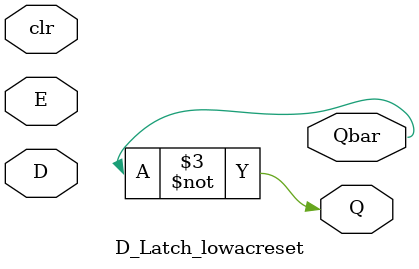
<source format=v>

module D_Latch_lowacreset(D,E,clr,Q,Qbar);
input D,E,clr;
output Q,Qbar;
  always @(*)begin
    if(!clr)
      Q=0;
    else 
      if (E)
        Q=D;
    Q=~Qbar;
  end
  // Or we can write ONLY this statement: assign Q=(~E&Q)|(E&D);
endmodule 

</source>
